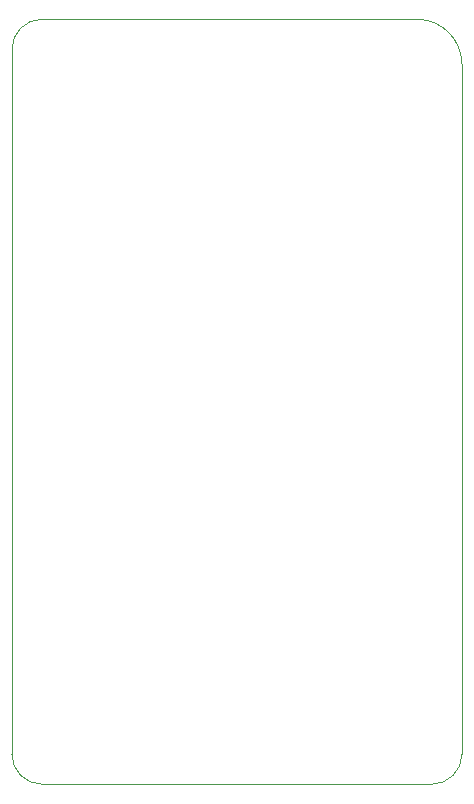
<source format=gbr>
%TF.GenerationSoftware,KiCad,Pcbnew,(6.0.5)*%
%TF.CreationDate,2022-08-03T12:20:48+10:00*%
%TF.ProjectId,special_target,73706563-6961-46c5-9f74-61726765742e,rev?*%
%TF.SameCoordinates,Original*%
%TF.FileFunction,Profile,NP*%
%FSLAX46Y46*%
G04 Gerber Fmt 4.6, Leading zero omitted, Abs format (unit mm)*
G04 Created by KiCad (PCBNEW (6.0.5)) date 2022-08-03 12:20:48*
%MOMM*%
%LPD*%
G01*
G04 APERTURE LIST*
%TA.AperFunction,Profile*%
%ADD10C,0.100000*%
%TD*%
G04 APERTURE END LIST*
D10*
X129540000Y-87630000D02*
X129540000Y-146050000D01*
X91440000Y-146050000D02*
X91440000Y-86360000D01*
X91440000Y-146050000D02*
G75*
G03*
X93980000Y-148590000I2540000J0D01*
G01*
X93980000Y-83820000D02*
X125730000Y-83820000D01*
X129540000Y-87630000D02*
G75*
G03*
X125730000Y-83820000I-3810000J0D01*
G01*
X127000000Y-148590000D02*
G75*
G03*
X129540000Y-146050000I0J2540000D01*
G01*
X127000000Y-148590000D02*
X93980000Y-148590000D01*
X93980000Y-83820000D02*
G75*
G03*
X91440000Y-86360000I0J-2540000D01*
G01*
M02*

</source>
